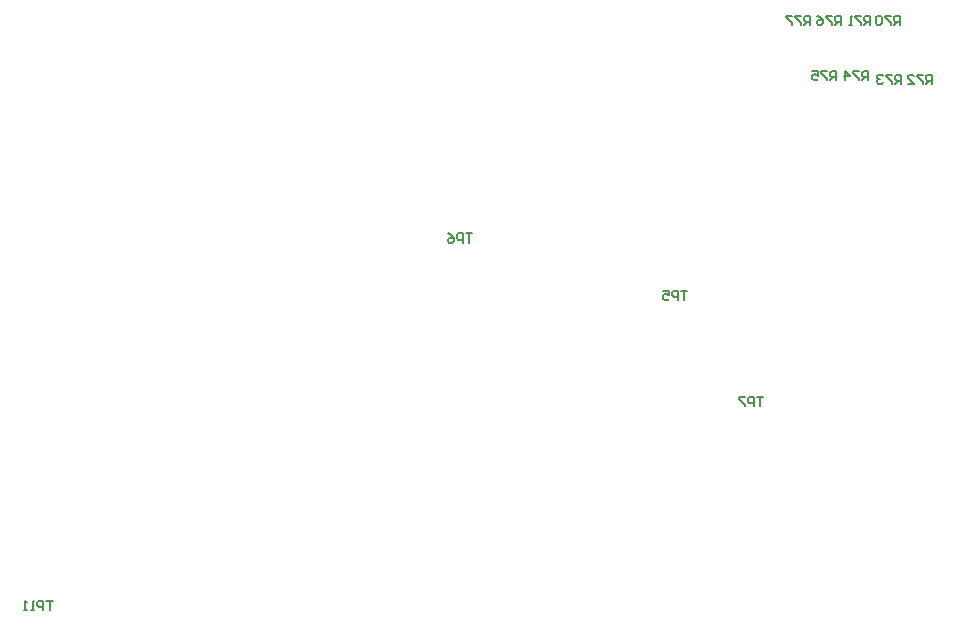
<source format=gbo>
%FSLAX25Y25*%
%MOIN*%
G70*
G01*
G75*
G04 Layer_Color=32896*
%ADD10C,0.02362*%
%ADD11C,0.00984*%
%ADD12R,0.02441X0.02244*%
%ADD13R,0.02244X0.02441*%
%ADD14O,0.01378X0.06693*%
%ADD15R,0.01614X0.06299*%
%ADD16R,0.02362X0.02165*%
%ADD17R,0.01181X0.10236*%
%ADD18R,0.03000X0.03000*%
G04:AMPARAMS|DCode=19|XSize=29.53mil|YSize=16.54mil|CornerRadius=4.13mil|HoleSize=0mil|Usage=FLASHONLY|Rotation=90.000|XOffset=0mil|YOffset=0mil|HoleType=Round|Shape=RoundedRectangle|*
%AMROUNDEDRECTD19*
21,1,0.02953,0.00827,0,0,90.0*
21,1,0.02126,0.01654,0,0,90.0*
1,1,0.00827,0.00413,0.01063*
1,1,0.00827,0.00413,-0.01063*
1,1,0.00827,-0.00413,-0.01063*
1,1,0.00827,-0.00413,0.01063*
%
%ADD19ROUNDEDRECTD19*%
%ADD20O,0.03150X0.01181*%
%ADD21O,0.01181X0.03150*%
%ADD22R,0.03937X0.05906*%
%ADD23R,0.05906X0.03937*%
%ADD24O,0.01378X0.05512*%
%ADD25R,0.03819X0.03780*%
%ADD26R,0.01181X0.02165*%
%ADD27R,0.01575X0.02165*%
%ADD28R,0.03937X0.02362*%
%ADD29R,0.03000X0.03000*%
%ADD30R,0.05118X0.06102*%
%ADD31C,0.07874*%
%ADD32R,0.02756X0.00984*%
%ADD33R,0.10630X0.10630*%
%ADD34R,0.00984X0.02756*%
%ADD35R,0.06102X0.05118*%
%ADD36R,0.01575X0.01969*%
%ADD37R,0.05906X0.02165*%
%ADD38R,0.03780X0.03819*%
%ADD39R,0.13504X0.09843*%
%ADD40R,0.03937X0.06890*%
%ADD41R,0.02756X0.06890*%
%ADD42R,0.05906X0.06890*%
%ADD43R,0.03150X0.05512*%
%ADD44R,0.05906X0.03937*%
%ADD45R,0.03937X0.06102*%
%ADD46R,0.06200X0.02400*%
%ADD47O,0.06200X0.02400*%
%ADD48R,0.02400X0.06200*%
%ADD49O,0.02400X0.06200*%
%ADD50R,0.01181X0.01181*%
%ADD51R,0.01772X0.02323*%
%ADD52R,0.00787X0.01969*%
%ADD53R,0.08504X0.08898*%
%ADD54R,0.04000X0.05000*%
%ADD55R,0.05000X0.04000*%
%ADD56R,0.01378X0.07874*%
%ADD57R,0.17716X0.18110*%
%ADD58R,0.02441X0.01575*%
%ADD59R,0.04724X0.01181*%
%ADD60R,0.11811X0.10630*%
%ADD61R,0.05512X0.04528*%
%ADD62R,0.04528X0.05512*%
%ADD63R,0.01772X0.05118*%
%ADD64R,0.03740X0.03740*%
%ADD65R,0.02362X0.03937*%
%ADD66O,0.02756X0.00984*%
%ADD67O,0.00984X0.02756*%
%ADD68R,0.17126X0.17126*%
%ADD69C,0.00787*%
%ADD70C,0.00906*%
%ADD71C,0.01969*%
%ADD72C,0.01378*%
%ADD73C,0.01181*%
%ADD74C,0.02756*%
%ADD75C,0.01575*%
%ADD76C,0.00052*%
%ADD77C,0.01000*%
%ADD78C,0.07087*%
%ADD79R,0.07087X0.07087*%
%ADD80C,0.07480*%
%ADD81C,0.25590*%
%ADD82O,0.05906X0.12992*%
%ADD83O,0.05906X0.09055*%
%ADD84C,0.20866*%
%ADD85C,0.08268*%
%ADD86C,0.12795*%
%ADD87C,0.06496*%
%ADD88C,0.09843*%
%ADD89C,0.06693*%
%ADD90R,0.06693X0.06693*%
%ADD91C,0.06000*%
%ADD92R,0.06000X0.06000*%
%ADD93C,0.13780*%
%ADD94C,0.05512*%
%ADD95O,0.15748X0.07874*%
%ADD96O,0.07874X0.15748*%
%ADD97O,0.17716X0.07874*%
%ADD98C,0.04331*%
%ADD99C,0.06299*%
%ADD100C,0.11811*%
%ADD101C,0.03150*%
%ADD102O,0.04528X0.07087*%
%ADD103O,0.05709X0.07874*%
%ADD104C,0.02362*%
%ADD105C,0.00866*%
%ADD106C,0.00900*%
%ADD107C,0.00500*%
%ADD108C,0.00394*%
%ADD109C,0.00591*%
%ADD110C,0.00700*%
%ADD111C,0.00701*%
%ADD112C,0.00472*%
D111*
X84643Y85904D02*
X82628D01*
X83635D01*
Y82881D01*
X81620D02*
Y85904D01*
X80109D01*
X79605Y85400D01*
Y84392D01*
X80109Y83889D01*
X81620D01*
X78598Y82881D02*
X77590D01*
X78094D01*
Y85904D01*
X78598Y85400D01*
X76079Y82881D02*
X75071D01*
X75575D01*
Y85904D01*
X76079Y85400D01*
X321457Y153810D02*
X319442D01*
X320449D01*
Y150787D01*
X318434D02*
Y153810D01*
X316923D01*
X316419Y153306D01*
Y152299D01*
X316923Y151795D01*
X318434D01*
X315411Y153810D02*
X313396D01*
Y153306D01*
X315411Y151291D01*
Y150787D01*
X224407Y208398D02*
X222392D01*
X223399D01*
Y205375D01*
X221384D02*
Y208398D01*
X219873D01*
X219369Y207894D01*
Y206887D01*
X219873Y206383D01*
X221384D01*
X216346Y208398D02*
X217354Y207894D01*
X218361Y206887D01*
Y205879D01*
X217858Y205375D01*
X216850D01*
X216346Y205879D01*
Y206383D01*
X216850Y206887D01*
X218361D01*
X296260Y189243D02*
X294245D01*
X295252D01*
Y186221D01*
X293237D02*
Y189243D01*
X291726D01*
X291222Y188739D01*
Y187732D01*
X291726Y187228D01*
X293237D01*
X288199Y189243D02*
X290215D01*
Y187732D01*
X289207Y188236D01*
X288703D01*
X288199Y187732D01*
Y186724D01*
X288703Y186221D01*
X289711D01*
X290215Y186724D01*
X337205Y277953D02*
Y280975D01*
X335693D01*
X335190Y280472D01*
Y279464D01*
X335693Y278960D01*
X337205D01*
X336197D02*
X335190Y277953D01*
X334182Y280975D02*
X332167D01*
Y280472D01*
X334182Y278456D01*
Y277953D01*
X331159Y280975D02*
X329144D01*
Y280472D01*
X331159Y278456D01*
Y277953D01*
X347402D02*
Y280975D01*
X345890D01*
X345387Y280472D01*
Y279464D01*
X345890Y278960D01*
X347402D01*
X346394D02*
X345387Y277953D01*
X344379Y280975D02*
X342364D01*
Y280472D01*
X344379Y278456D01*
Y277953D01*
X339341Y280975D02*
X340349Y280472D01*
X341356Y279464D01*
Y278456D01*
X340852Y277953D01*
X339845D01*
X339341Y278456D01*
Y278960D01*
X339845Y279464D01*
X341356D01*
X345866Y259449D02*
Y262472D01*
X344355D01*
X343851Y261968D01*
Y260960D01*
X344355Y260456D01*
X345866D01*
X344859D02*
X343851Y259449D01*
X342844Y262472D02*
X340828D01*
Y261968D01*
X342844Y259953D01*
Y259449D01*
X337806Y262472D02*
X339821D01*
Y260960D01*
X338813Y261464D01*
X338310D01*
X337806Y260960D01*
Y259953D01*
X338310Y259449D01*
X339317D01*
X339821Y259953D01*
X356496Y259449D02*
Y262472D01*
X354985D01*
X354481Y261968D01*
Y260960D01*
X354985Y260456D01*
X356496D01*
X355488D02*
X354481Y259449D01*
X353473Y262472D02*
X351458D01*
Y261968D01*
X353473Y259953D01*
Y259449D01*
X348939D02*
Y262472D01*
X350451Y260960D01*
X348436D01*
X367520Y258268D02*
Y261290D01*
X366008D01*
X365505Y260787D01*
Y259779D01*
X366008Y259275D01*
X367520D01*
X366512D02*
X365505Y258268D01*
X364497Y261290D02*
X362482D01*
Y260787D01*
X364497Y258771D01*
Y258268D01*
X361474Y260787D02*
X360971Y261290D01*
X359963D01*
X359459Y260787D01*
Y260283D01*
X359963Y259779D01*
X360467D01*
X359963D01*
X359459Y259275D01*
Y258771D01*
X359963Y258268D01*
X360971D01*
X361474Y258771D01*
X377756Y258268D02*
Y261290D01*
X376245D01*
X375741Y260787D01*
Y259779D01*
X376245Y259275D01*
X377756D01*
X376748D02*
X375741Y258268D01*
X374733Y261290D02*
X372718D01*
Y260787D01*
X374733Y258771D01*
Y258268D01*
X369695D02*
X371711D01*
X369695Y260283D01*
Y260787D01*
X370199Y261290D01*
X371207D01*
X371711Y260787D01*
X357205Y277953D02*
Y280975D01*
X355693D01*
X355190Y280472D01*
Y279464D01*
X355693Y278960D01*
X357205D01*
X356197D02*
X355190Y277953D01*
X354182Y280975D02*
X352167D01*
Y280472D01*
X354182Y278456D01*
Y277953D01*
X351160D02*
X350152D01*
X350656D01*
Y280975D01*
X351160Y280472D01*
X367126Y277953D02*
Y280975D01*
X365615D01*
X365111Y280472D01*
Y279464D01*
X365615Y278960D01*
X367126D01*
X366118D02*
X365111Y277953D01*
X364103Y280975D02*
X362088D01*
Y280472D01*
X364103Y278456D01*
Y277953D01*
X361081Y280472D02*
X360577Y280975D01*
X359569D01*
X359066Y280472D01*
Y278456D01*
X359569Y277953D01*
X360577D01*
X361081Y278456D01*
Y280472D01*
M02*

</source>
